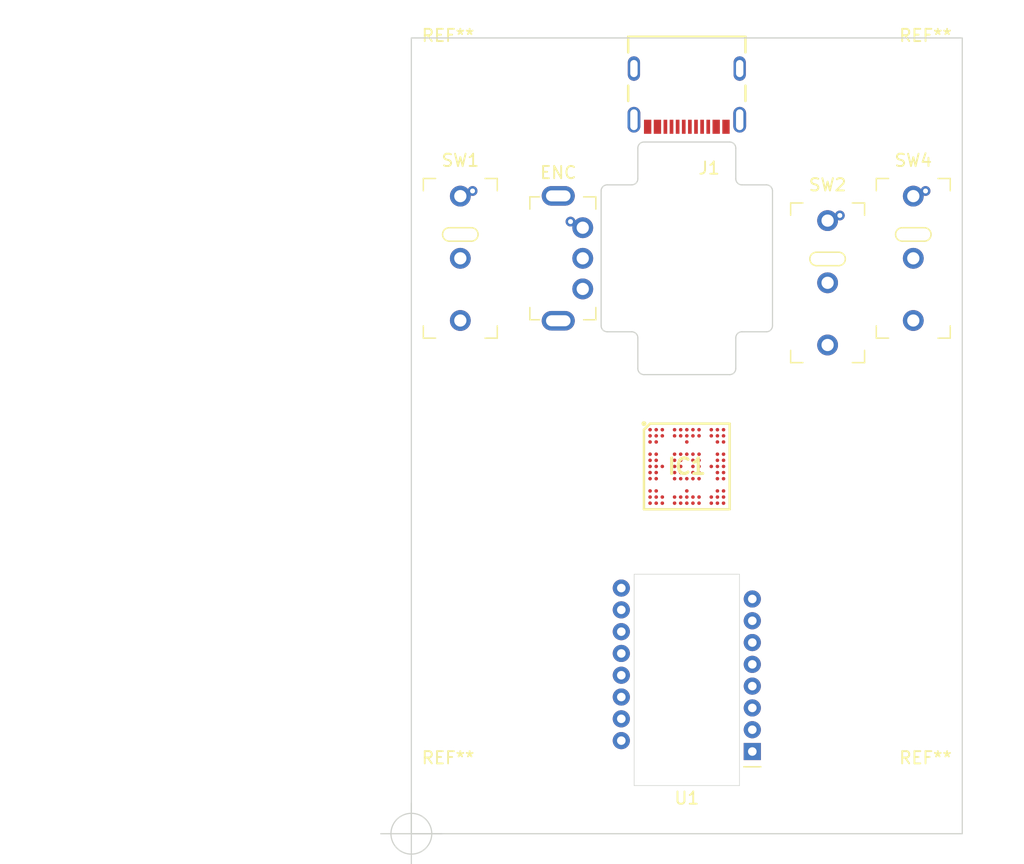
<source format=kicad_pcb>
(kicad_pcb (version 20211014) (generator pcbnew)
  (title_block (title "Redshift") (date "2021-11-30") (rev "0.1") (company "Dekanova LLC"))
  (layers (0 "F.Cu" signal) (1 "In1.Cu" signal) (2 "In2.Cu" signal) (31 "B.Cu" signal) (34 "B.Paste" user) (35 "F.Paste" user) (36 "B.SilkS" user "B.Silkscreen") (37 "F.SilkS" user "F.Silkscreen") (38 "B.Mask" user) (39 "F.Mask" user) (44 "Edge.Cuts" user))
  (net 0 "")
  (net 114 "GND")
  (footprint "MountingHole:MountingHole_2.1mm" (layer "F.Cu") (at 157 63)
    (fp_text reference "REF**" (at 0 -3.2) (layer "F.SilkS"))
    (fp_text value "MountingHole_2.1mm")
    (pad "" np_thru_hole circle locked (at 0 0) (size 2.1 2.1) (drill 2.1) (layers *.Cu *.Mask))
  )
  (footprint "MountingHole:MountingHole_2.1mm" (layer "F.Cu") (at 157 122)
    (fp_text reference "REF**" (at 0 -3.2) (layer "F.SilkS"))
    (fp_text value "MountingHole_2.1mm")
    (pad "" np_thru_hole circle locked (at 0 0) (size 2.1 2.1) (drill 2.1) (layers *.Cu *.Mask))
  )
  (footprint "dekanova:GCT_USB4105-GF-A" (layer "F.Cu") (at 137.5 62.5 180)
    (fp_text reference "J1" (at -1.825 -8.135) (layer "F.SilkS"))
    (fp_text value "USB_C_Receptacle_USB2.0")
    (fp_line (start 4.79 2.6) (end 4.79 1.32) (layer "F.SilkS") (width 0.2))
    (fp_line (start -4.79 2.6) (end 4.79 2.6) (layer "F.SilkS") (width 0.2))
    (fp_line (start -4.79 -2.65) (end -4.79 -1.4) (layer "F.SilkS") (width 0.2))
    (fp_line (start 4.79 -2.65) (end 4.79 -1.4) (layer "F.SilkS") (width 0.2))
    (fp_line (start -4.79 1.32) (end -4.79 2.6) (layer "F.SilkS") (width 0.2))
    (pad "" np_thru_hole circle locked (at 2.89 -3.68 180) (size 0.65 0.65) (drill 0.65) (layers *.Cu *.Mask))
    (pad "" np_thru_hole circle locked (at -2.89 -3.68 180) (size 0.65 0.65) (drill 0.65) (layers *.Cu *.Mask))
    (pad "A1_B12" smd rect locked (at -3.2 -4.755 180) (size 0.6 1.15) (layers "F.Cu" "F.Paste" "F.Mask"))
    (pad "A4_B9" smd rect locked (at -2.4 -4.755 180) (size 0.6 1.15) (layers "F.Cu" "F.Paste" "F.Mask"))
    (pad "A5" smd rect locked (at -1.25 -4.755 180) (size 0.3 1.15) (layers "F.Cu" "F.Paste" "F.Mask"))
    (pad "A6" smd rect locked (at -0.25 -4.755 180) (size 0.3 1.15) (layers "F.Cu" "F.Paste" "F.Mask"))
    (pad "A7" smd rect locked (at 0.25 -4.755 180) (size 0.3 1.15) (layers "F.Cu" "F.Paste" "F.Mask"))
    (pad "A8" smd rect locked (at 1.25 -4.755 180) (size 0.3 1.15) (layers "F.Cu" "F.Paste" "F.Mask"))
    (pad "B1_A12" smd rect locked (at 3.2 -4.755 180) (size 0.6 1.15) (layers "F.Cu" "F.Paste" "F.Mask"))
    (pad "B4_A9" smd rect locked (at 2.4 -4.755 180) (size 0.6 1.15) (layers "F.Cu" "F.Paste" "F.Mask"))
    (pad "B5" smd rect locked (at 1.75 -4.755 180) (size 0.3 1.15) (layers "F.Cu" "F.Paste" "F.Mask"))
    (pad "B6" smd rect locked (at 0.75 -4.755 180) (size 0.3 1.15) (layers "F.Cu" "F.Paste" "F.Mask"))
    (pad "B7" smd rect locked (at -0.75 -4.755 180) (size 0.3 1.15) (layers "F.Cu" "F.Paste" "F.Mask"))
    (pad "B8" smd rect locked (at -1.75 -4.755 180) (size 0.3 1.15) (layers "F.Cu" "F.Paste" "F.Mask"))
    (pad "S1" thru_hole oval locked (at -4.32 -4.18 180) (size 1.05 2.1) (drill oval 0.6 1.7) (layers *.Cu *.Mask))
    (pad "S2" thru_hole oval locked (at -4.32 0 180) (size 1 2) (drill oval 0.6 1.4) (layers *.Cu *.Mask))
    (pad "S3" thru_hole oval locked (at 4.32 0 180) (size 1 2) (drill oval 0.6 1.4) (layers *.Cu *.Mask))
    (pad "S4" thru_hole oval locked (at 4.32 -4.18 180) (size 1.05 2.1) (drill oval 0.6 1.7) (layers *.Cu *.Mask))
  )
  (footprint "MountingHole:MountingHole_2.1mm" (layer "F.Cu") (at 118 122)
    (fp_text reference "REF**" (at 0 -3.2) (layer "F.SilkS"))
    (fp_text value "MountingHole_2.1mm")
    (pad "" np_thru_hole circle locked (at 0 0) (size 2.1 2.1) (drill 2.1) (layers *.Cu *.Mask))
  )
  (footprint "MountingHole:MountingHole_2.1mm" (layer "F.Cu") (at 118 63)
    (fp_text reference "REF**" (at 0 -3.2) (layer "F.SilkS"))
    (fp_text value "MountingHole_2.1mm")
    (pad "" np_thru_hole circle locked (at 0 0) (size 2.1 2.1) (drill 2.1) (layers *.Cu *.Mask))
  )
  (footprint "dekanova:BGA98C50P13X13_700X700X97" (layer "F.Cu") (at 137.5 95)
    (fp_text reference "IC1" (at 0 0) (layer "F.SilkS") (effects (font (size 1.27 1.27) (thickness 0.254))))
    (fp_text value "LPC5516JEV98" hide)
    (fp_line (start -3.5 3.5) (end -3.5 -3) (layer "F.SilkS") (width 0.2))
    (fp_line (start 3.5 -3.5) (end 3.5 3.5) (layer "F.SilkS") (width 0.2))
    (fp_line (start 3.5 3.5) (end -3.5 3.5) (layer "F.SilkS") (width 0.2))
    (fp_line (start -3 -3.5) (end 3.5 -3.5) (layer "F.SilkS") (width 0.2))
    (fp_line (start -3.5 -3) (end -3 -3.5) (layer "F.SilkS") (width 0.2))
    (fp_circle (center -3.5 -3.5) (end -3.5 -3.4) (layer "F.SilkS") (width 0.2) (fill none))
    (pad "A1" smd circle locked (at -3 -3 90) (size 0.29 0.29) (layers "F.Cu" "F.Paste" "F.Mask"))
    (pad "A2" smd circle locked (at -2.5 -3 90) (size 0.29 0.29) (layers "F.Cu" "F.Paste" "F.Mask"))
    (pad "A3" smd circle locked (at -2 -3 90) (size 0.29 0.29) (layers "F.Cu" "F.Paste" "F.Mask"))
    (pad "A5" smd circle locked (at -1 -3 90) (size 0.29 0.29) (layers "F.Cu" "F.Paste" "F.Mask"))
    (pad "A6" smd circle locked (at -0.5 -3 90) (size 0.29 0.29) (layers "F.Cu" "F.Paste" "F.Mask"))
    (pad "A7" smd circle locked (at 0 -3 90) (size 0.29 0.29) (layers "F.Cu" "F.Paste" "F.Mask"))
    (pad "A8" smd circle locked (at 0.5 -3 90) (size 0.29 0.29) (layers "F.Cu" "F.Paste" "F.Mask"))
    (pad "A9" smd circle locked (at 1 -3 90) (size 0.29 0.29) (layers "F.Cu" "F.Paste" "F.Mask"))
    (pad "A11" smd circle locked (at 2 -3 90) (size 0.29 0.29) (layers "F.Cu" "F.Paste" "F.Mask"))
    (pad "A12" smd circle locked (at 2.5 -3 90) (size 0.29 0.29) (layers "F.Cu" "F.Paste" "F.Mask"))
    (pad "A13" smd circle locked (at 3 -3 90) (size 0.29 0.29) (layers "F.Cu" "F.Paste" "F.Mask"))
    (pad "B1" smd circle locked (at -3 -2.5 90) (size 0.29 0.29) (layers "F.Cu" "F.Paste" "F.Mask"))
    (pad "B2" smd circle locked (at -2.5 -2.5 90) (size 0.29 0.29) (layers "F.Cu" "F.Paste" "F.Mask"))
    (pad "B3" smd circle locked (at -2 -2.5 90) (size 0.29 0.29) (layers "F.Cu" "F.Paste" "F.Mask"))
    (pad "B5" smd circle locked (at -1 -2.5 90) (size 0.29 0.29) (layers "F.Cu" "F.Paste" "F.Mask"))
    (pad "B6" smd circle locked (at -0.5 -2.5 90) (size 0.29 0.29) (layers "F.Cu" "F.Paste" "F.Mask"))
    (pad "B7" smd circle locked (at 0 -2.5 90) (size 0.29 0.29) (layers "F.Cu" "F.Paste" "F.Mask"))
    (pad "B8" smd circle locked (at 0.5 -2.5 90) (size 0.29 0.29) (layers "F.Cu" "F.Paste" "F.Mask"))
    (pad "B9" smd circle locked (at 1 -2.5 90) (size 0.29 0.29) (layers "F.Cu" "F.Paste" "F.Mask"))
    (pad "B11" smd circle locked (at 2 -2.5 90) (size 0.29 0.29) (layers "F.Cu" "F.Paste" "F.Mask"))
    (pad "B12" smd circle locked (at 2.5 -2.5 90) (size 0.29 0.29) (layers "F.Cu" "F.Paste" "F.Mask"))
    (pad "B13" smd circle locked (at 3 -2.5 90) (size 0.29 0.29) (layers "F.Cu" "F.Paste" "F.Mask"))
    (pad "C1" smd circle locked (at -3 -2 90) (size 0.29 0.29) (layers "F.Cu" "F.Paste" "F.Mask"))
    (pad "C2" smd circle locked (at -2.5 -2 90) (size 0.29 0.29) (layers "F.Cu" "F.Paste" "F.Mask"))
    (pad "C7" smd circle locked (at 0 -2 90) (size 0.29 0.29) (layers "F.Cu" "F.Paste" "F.Mask"))
    (pad "C12" smd circle locked (at 2.5 -2 90) (size 0.29 0.29) (layers "F.Cu" "F.Paste" "F.Mask"))
    (pad "C13" smd circle locked (at 3 -2 90) (size 0.29 0.29) (layers "F.Cu" "F.Paste" "F.Mask"))
    (pad "E1" smd circle locked (at -3 -1 90) (size 0.29 0.29) (layers "F.Cu" "F.Paste" "F.Mask"))
    (pad "E2" smd circle locked (at -2.5 -1 90) (size 0.29 0.29) (layers "F.Cu" "F.Paste" "F.Mask"))
    (pad "E5" smd circle locked (at -1 -1 90) (size 0.29 0.29) (layers "F.Cu" "F.Paste" "F.Mask"))
    (pad "E6" smd circle locked (at -0.5 -1 90) (size 0.29 0.29) (layers "F.Cu" "F.Paste" "F.Mask"))
    (pad "E7" smd circle locked (at 0 -1 90) (size 0.29 0.29) (layers "F.Cu" "F.Paste" "F.Mask"))
    (pad "E8" smd circle locked (at 0.5 -1 90) (size 0.29 0.29) (layers "F.Cu" "F.Paste" "F.Mask"))
    (pad "E9" smd circle locked (at 1 -1 90) (size 0.29 0.29) (layers "F.Cu" "F.Paste" "F.Mask"))
    (pad "E12" smd circle locked (at 2.5 -1 90) (size 0.29 0.29) (layers "F.Cu" "F.Paste" "F.Mask"))
    (pad "E13" smd circle locked (at 3 -1 90) (size 0.29 0.29) (layers "F.Cu" "F.Paste" "F.Mask"))
    (pad "F1" smd circle locked (at -3 -0.5 90) (size 0.29 0.29) (layers "F.Cu" "F.Paste" "F.Mask"))
    (pad "F2" smd circle locked (at -2.5 -0.5 90) (size 0.29 0.29) (layers "F.Cu" "F.Paste" "F.Mask"))
    (pad "F5" smd circle locked (at -1 -0.5 90) (size 0.29 0.29) (layers "F.Cu" "F.Paste" "F.Mask"))
    (pad "F6" smd circle locked (at -0.5 -0.5 90) (size 0.29 0.29) (layers "F.Cu" "F.Paste" "F.Mask"))
    (pad "F8" smd circle locked (at 0.5 -0.5 90) (size 0.29 0.29) (layers "F.Cu" "F.Paste" "F.Mask"))
    (pad "F9" smd circle locked (at 1 -0.5 90) (size 0.29 0.29) (layers "F.Cu" "F.Paste" "F.Mask"))
    (pad "F12" smd circle locked (at 2.5 -0.5 90) (size 0.29 0.29) (layers "F.Cu" "F.Paste" "F.Mask"))
    (pad "F13" smd circle locked (at 3 -0.5 90) (size 0.29 0.29) (layers "F.Cu" "F.Paste" "F.Mask"))
    (pad "G1" smd circle locked (at -3 0 90) (size 0.29 0.29) (layers "F.Cu" "F.Paste" "F.Mask"))
    (pad "G2" smd circle locked (at -2.5 0 90) (size 0.29 0.29) (layers "F.Cu" "F.Paste" "F.Mask"))
    (pad "G3" smd circle locked (at -2 0 90) (size 0.29 0.29) (layers "F.Cu" "F.Paste" "F.Mask"))
    (pad "G5" smd circle locked (at -1 0 90) (size 0.29 0.29) (layers "F.Cu" "F.Paste" "F.Mask"))
    (pad "G6" smd circle locked (at -0.5 0 90) (size 0.29 0.29) (layers "F.Cu" "F.Paste" "F.Mask"))
    (pad "G8" smd circle locked (at 0.5 0 90) (size 0.29 0.29) (layers "F.Cu" "F.Paste" "F.Mask"))
    (pad "G9" smd circle locked (at 1 0 90) (size 0.29 0.29) (layers "F.Cu" "F.Paste" "F.Mask"))
    (pad "G11" smd circle locked (at 2 0 90) (size 0.29 0.29) (layers "F.Cu" "F.Paste" "F.Mask"))
    (pad "G12" smd circle locked (at 2.5 0 90) (size 0.29 0.29) (layers "F.Cu" "F.Paste" "F.Mask"))
    (pad "G13" smd circle locked (at 3 0 90) (size 0.29 0.29) (layers "F.Cu" "F.Paste" "F.Mask"))
    (pad "H1" smd circle locked (at -3 0.5 90) (size 0.29 0.29) (layers "F.Cu" "F.Paste" "F.Mask"))
    (pad "H2" smd circle locked (at -2.5 0.5 90) (size 0.29 0.29) (layers "F.Cu" "F.Paste" "F.Mask"))
    (pad "H5" smd circle locked (at -1 0.5 90) (size 0.29 0.29) (layers "F.Cu" "F.Paste" "F.Mask"))
    (pad "H6" smd circle locked (at -0.5 0.5 90) (size 0.29 0.29) (layers "F.Cu" "F.Paste" "F.Mask"))
    (pad "H8" smd circle locked (at 0.5 0.5 90) (size 0.29 0.29) (layers "F.Cu" "F.Paste" "F.Mask"))
    (pad "H9" smd circle locked (at 1 0.5 90) (size 0.29 0.29) (layers "F.Cu" "F.Paste" "F.Mask"))
    (pad "H12" smd circle locked (at 2.5 0.5 90) (size 0.29 0.29) (layers "F.Cu" "F.Paste" "F.Mask"))
    (pad "H13" smd circle locked (at 3 0.5 90) (size 0.29 0.29) (layers "F.Cu" "F.Paste" "F.Mask"))
    (pad "J1" smd circle locked (at -3 1 90) (size 0.29 0.29) (layers "F.Cu" "F.Paste" "F.Mask"))
    (pad "J2" smd circle locked (at -2.5 1 90) (size 0.29 0.29) (layers "F.Cu" "F.Paste" "F.Mask"))
    (pad "J5" smd circle locked (at -1 1 90) (size 0.29 0.29) (layers "F.Cu" "F.Paste" "F.Mask"))
    (pad "J6" smd circle locked (at -0.5 1 90) (size 0.29 0.29) (layers "F.Cu" "F.Paste" "F.Mask"))
    (pad "J7" smd circle locked (at 0 1 90) (size 0.29 0.29) (layers "F.Cu" "F.Paste" "F.Mask"))
    (pad "J8" smd circle locked (at 0.5 1 90) (size 0.29 0.29) (layers "F.Cu" "F.Paste" "F.Mask"))
    (pad "J9" smd circle locked (at 1 1 90) (size 0.29 0.29) (layers "F.Cu" "F.Paste" "F.Mask"))
    (pad "J12" smd circle locked (at 2.5 1 90) (size 0.29 0.29) (layers "F.Cu" "F.Paste" "F.Mask"))
    (pad "J13" smd circle locked (at 3 1 90) (size 0.29 0.29) (layers "F.Cu" "F.Paste" "F.Mask"))
    (pad "L1" smd circle locked (at -3 2 90) (size 0.29 0.29) (layers "F.Cu" "F.Paste" "F.Mask"))
    (pad "L2" smd circle locked (at -2.5 2 90) (size 0.29 0.29) (layers "F.Cu" "F.Paste" "F.Mask"))
    (pad "L7" smd circle locked (at 0 2 90) (size 0.29 0.29) (layers "F.Cu" "F.Paste" "F.Mask"))
    (pad "L12" smd circle locked (at 2.5 2 90) (size 0.29 0.29) (layers "F.Cu" "F.Paste" "F.Mask"))
    (pad "L13" smd circle locked (at 3 2 90) (size 0.29 0.29) (layers "F.Cu" "F.Paste" "F.Mask"))
    (pad "M1" smd circle locked (at -3 2.5 90) (size 0.29 0.29) (layers "F.Cu" "F.Paste" "F.Mask"))
    (pad "M2" smd circle locked (at -2.5 2.5 90) (size 0.29 0.29) (layers "F.Cu" "F.Paste" "F.Mask"))
    (pad "M3" smd circle locked (at -2 2.5 90) (size 0.29 0.29) (layers "F.Cu" "F.Paste" "F.Mask"))
    (pad "M5" smd circle locked (at -1 2.5 90) (size 0.29 0.29) (layers "F.Cu" "F.Paste" "F.Mask"))
    (pad "M6" smd circle locked (at -0.5 2.5 90) (size 0.29 0.29) (layers "F.Cu" "F.Paste" "F.Mask"))
    (pad "M7" smd circle locked (at 0 2.5 90) (size 0.29 0.29) (layers "F.Cu" "F.Paste" "F.Mask"))
    (pad "M8" smd circle locked (at 0.5 2.5 90) (size 0.29 0.29) (layers "F.Cu" "F.Paste" "F.Mask"))
    (pad "M9" smd circle locked (at 1 2.5 90) (size 0.29 0.29) (layers "F.Cu" "F.Paste" "F.Mask"))
    (pad "M11" smd circle locked (at 2 2.5 90) (size 0.29 0.29) (layers "F.Cu" "F.Paste" "F.Mask"))
    (pad "M12" smd circle locked (at 2.5 2.5 90) (size 0.29 0.29) (layers "F.Cu" "F.Paste" "F.Mask"))
    (pad "M13" smd circle locked (at 3 2.5 90) (size 0.29 0.29) (layers "F.Cu" "F.Paste" "F.Mask"))
    (pad "N1" smd circle locked (at -3 3 90) (size 0.29 0.29) (layers "F.Cu" "F.Paste" "F.Mask"))
    (pad "N2" smd circle locked (at -2.5 3 90) (size 0.29 0.29) (layers "F.Cu" "F.Paste" "F.Mask"))
    (pad "N3" smd circle locked (at -2 3 90) (size 0.29 0.29) (layers "F.Cu" "F.Paste" "F.Mask"))
    (pad "N5" smd circle locked (at -1 3 90) (size 0.29 0.29) (layers "F.Cu" "F.Paste" "F.Mask"))
    (pad "N6" smd circle locked (at -0.5 3 90) (size 0.29 0.29) (layers "F.Cu" "F.Paste" "F.Mask"))
    (pad "N7" smd circle locked (at 0 3 90) (size 0.29 0.29) (layers "F.Cu" "F.Paste" "F.Mask"))
    (pad "N8" smd circle locked (at 0.5 3 90) (size 0.29 0.29) (layers "F.Cu" "F.Paste" "F.Mask"))
    (pad "N9" smd circle locked (at 1 3 90) (size 0.29 0.29) (layers "F.Cu" "F.Paste" "F.Mask"))
    (pad "N11" smd circle locked (at 2 3 90) (size 0.29 0.29) (layers "F.Cu" "F.Paste" "F.Mask"))
    (pad "N12" smd circle locked (at 2.5 3 90) (size 0.29 0.29) (layers "F.Cu" "F.Paste" "F.Mask"))
    (pad "N13" smd circle locked (at 3 3 90) (size 0.29 0.29) (layers "F.Cu" "F.Paste" "F.Mask"))
  )
  (footprint "openinput:SW_Micro_Switch" (layer "F.Cu") (at 149 80 -90)
    (fp_text reference "SW2" (at -8 0) (layer "F.SilkS"))
    (fp_text value "SW_SPDT")
    (fp_line (start -6.52 3.02) (end -6.52 2.02) (layer "F.SilkS") (width 0.12))
    (fp_line (start -6.52 -3.02) (end -6.52 -2.02) (layer "F.SilkS") (width 0.12))
    (fp_line (start -6.52 3.02) (end -5.52 3.02) (layer "F.SilkS") (width 0.12))
    (fp_line (start -2.5 0.9) (end -2.5 -0.9) (layer "F.SilkS") (width 0.12))
    (fp_line (start 6.52 -3.02) (end 5.52 -3.02) (layer "F.SilkS") (width 0.12))
    (fp_line (start 6.52 -3.02) (end 6.52 -2.02) (layer "F.SilkS") (width 0.12))
    (fp_line (start -1.4 0.9) (end -1.4 -0.9) (layer "F.SilkS") (width 0.12))
    (fp_line (start 6.52 3.02) (end 5.52 3.02) (layer "F.SilkS") (width 0.12))
    (fp_line (start 6.52 3.02) (end 6.52 2.02) (layer "F.SilkS") (width 0.12))
    (fp_line (start -6.52 -3.02) (end -5.52 -3.02) (layer "F.SilkS") (width 0.12))
    (fp_arc (start -2.5 -0.9) (mid -1.95 -1.45) (end -1.4 -0.9) (layer "F.SilkS") (width 0.12))
    (fp_arc (start -1.4 0.9) (mid -1.95 1.45) (end -2.5 0.9) (layer "F.SilkS") (width 0.12))
    (pad "1" thru_hole circle (at -5.08 0 270) (size 1.7 1.7) (drill 1) (layers *.Cu *.Mask) (net 114 "GND"))
    (pad "2" thru_hole circle (at 0 0 270) (size 1.7 1.7) (drill 1) (layers *.Cu *.Mask))
    (pad "3" thru_hole circle (at 5.08 0 270) (size 1.7 1.7) (drill 1) (layers *.Cu *.Mask))
  )
  (footprint "openinput:PXI-DIP-16" (layer "F.Cu") (at 142.85 118.285 180)
    (fp_text reference "U1" (at 5.35 -3.81) (layer "F.SilkS"))
    (fp_text value "PMW3389DM‐T3QU")
    (fp_line (start 0.7 -1.25) (end -0.7 -1.25) (layer "F.SilkS") (width 0.12))
    (fp_line (start 1.05 14.48) (end 9.65 14.48) (layer "Edge.Cuts") (width 0.05))
    (fp_line (start 1.05 -2.78) (end 9.65 -2.78) (layer "Edge.Cuts") (width 0.05))
    (fp_line (start 1.05 14.48) (end 1.05 -2.78) (layer "Edge.Cuts") (width 0.05))
    (fp_line (start 9.65 -2.78) (end 9.65 14.48) (layer "Edge.Cuts") (width 0.05))
    (pad "1" thru_hole rect (at 0 0 180) (size 1.4 1.4) (drill 0.7) (layers *.Cu *.Mask))
    (pad "2" thru_hole circle (at 0 1.78 180) (size 1.4 1.4) (drill 0.7) (layers *.Cu *.Mask))
    (pad "3" thru_hole circle (at 0 3.56 180) (size 1.4 1.4) (drill 0.7) (layers *.Cu *.Mask))
    (pad "4" thru_hole circle (at 0 5.34 180) (size 1.4 1.4) (drill 0.7) (layers *.Cu *.Mask))
    (pad "5" thru_hole circle (at 0 7.12 180) (size 1.4 1.4) (drill 0.7) (layers *.Cu *.Mask))
    (pad "6" thru_hole circle (at 0 8.9 180) (size 1.4 1.4) (drill 0.7) (layers *.Cu *.Mask))
    (pad "7" thru_hole circle (at 0 10.68 180) (size 1.4 1.4) (drill 0.7) (layers *.Cu *.Mask))
    (pad "8" thru_hole circle (at 0 12.46 180) (size 1.4 1.4) (drill 0.7) (layers *.Cu *.Mask))
    (pad "9" thru_hole circle (at 10.7 13.35 180) (size 1.4 1.4) (drill 0.7) (layers *.Cu *.Mask))
    (pad "10" thru_hole circle (at 10.7 11.57 180) (size 1.4 1.4) (drill 0.7) (layers *.Cu *.Mask))
    (pad "11" thru_hole circle (at 10.7 9.79 180) (size 1.4 1.4) (drill 0.7) (layers *.Cu *.Mask))
    (pad "12" thru_hole circle (at 10.7 8.01 180) (size 1.4 1.4) (drill 0.7) (layers *.Cu *.Mask))
    (pad "13" thru_hole circle (at 10.7 6.23 180) (size 1.4 1.4) (drill 0.7) (layers *.Cu *.Mask))
    (pad "14" thru_hole circle (at 10.7 4.45 180) (size 1.4 1.4) (drill 0.7) (layers *.Cu *.Mask))
    (pad "15" thru_hole circle (at 10.7 2.67 180) (size 1.4 1.4) (drill 0.7) (layers *.Cu *.Mask))
    (pad "16" thru_hole circle (at 10.7 0.89 180) (size 1.4 1.4) (drill 0.7) (layers *.Cu *.Mask))
  )
  (footprint "openinput:RotaryEncoder_Horizontal" (layer "F.Cu") (at 129 78 90)
    (fp_text reference "ENC" (at 7 -2) (layer "F.SilkS"))
    (fp_text value "Rotary_Encoder")
    (fp_line (start 5.02 -4.32) (end 5.02 -3.52) (layer "F.SilkS") (width 0.12))
    (fp_line (start -5.02 1.07) (end -4.02 1.07) (layer "F.SilkS") (width 0.12))
    (fp_line (start -5.02 -4.32) (end -5.02 -3.52) (layer "F.SilkS") (width 0.12))
    (fp_line (start 5.02 -4.32) (end 4.02 -4.32) (layer "F.SilkS") (width 0.12))
    (fp_line (start 5.02 1.07) (end 5.02 0.07) (layer "F.SilkS") (width 0.12))
    (fp_line (start -5.02 1.07) (end -5.02 0.07) (layer "F.SilkS") (width 0.12))
    (fp_line (start -5.02 -4.32) (end -4.02 -4.32) (layer "F.SilkS") (width 0.12))
    (fp_line (start 5.02 1.07) (end 4.02 1.07) (layer "F.SilkS") (width 0.12))
    (pad "A" thru_hole circle (at -2.5 0 90) (size 1.7 1.7) (drill 1) (layers *.Cu *.Mask))
    (pad "B" thru_hole circle (at 0 0 90) (size 1.7 1.7) (drill 1) (layers *.Cu *.Mask))
    (pad "C" thru_hole circle (at 2.5 0 90) (size 1.7 1.7) (drill 1) (layers *.Cu *.Mask) (net 114 "GND"))
    (pad "MP" thru_hole oval (at -5.1 -2 180) (size 2.7 1.6) (drill oval 2 0.9) (layers *.Cu *.Mask))
    (pad "MP" thru_hole oval (at 5.1 -2 180) (size 2.7 1.6) (drill oval 2 0.9) (layers *.Cu *.Mask))
  )
  (footprint "openinput:SW_Micro_Switch" (layer "F.Cu") (at 156 78 -90)
    (fp_text reference "SW4" (at -8 0) (layer "F.SilkS"))
    (fp_text value "SW_SPDT")
    (fp_line (start -6.52 -3.02) (end -5.52 -3.02) (layer "F.SilkS") (width 0.12))
    (fp_line (start 6.52 -3.02) (end 6.52 -2.02) (layer "F.SilkS") (width 0.12))
    (fp_line (start 6.52 3.02) (end 5.52 3.02) (layer "F.SilkS") (width 0.12))
    (fp_line (start -6.52 3.02) (end -6.52 2.02) (layer "F.SilkS") (width 0.12))
    (fp_line (start -1.4 0.9) (end -1.4 -0.9) (layer "F.SilkS") (width 0.12))
    (fp_line (start 6.52 -3.02) (end 5.52 -3.02) (layer "F.SilkS") (width 0.12))
    (fp_line (start 6.52 3.02) (end 6.52 2.02) (layer "F.SilkS") (width 0.12))
    (fp_line (start -6.52 3.02) (end -5.52 3.02) (layer "F.SilkS") (width 0.12))
    (fp_line (start -6.52 -3.02) (end -6.52 -2.02) (layer "F.SilkS") (width 0.12))
    (fp_line (start -2.5 0.9) (end -2.5 -0.9) (layer "F.SilkS") (width 0.12))
    (fp_arc (start -1.4 0.9) (mid -1.95 1.45) (end -2.5 0.9) (layer "F.SilkS") (width 0.12))
    (fp_arc (start -2.5 -0.9) (mid -1.95 -1.45) (end -1.4 -0.9) (layer "F.SilkS") (width 0.12))
    (pad "1" thru_hole circle (at -5.08 0 270) (size 1.7 1.7) (drill 1) (layers *.Cu *.Mask) (net 114 "GND"))
    (pad "2" thru_hole circle (at 0 0 270) (size 1.7 1.7) (drill 1) (layers *.Cu *.Mask))
    (pad "3" thru_hole circle (at 5.08 0 270) (size 1.7 1.7) (drill 1) (layers *.Cu *.Mask))
  )
  (footprint "openinput:SW_Micro_Switch" (layer "F.Cu") (at 119 78 -90)
    (fp_text reference "SW1" (at -8 0) (layer "F.SilkS"))
    (fp_text value "SW_SPDT")
    (fp_line (start -6.52 3.02) (end -6.52 2.02) (layer "F.SilkS") (width 0.12))
    (fp_line (start 6.52 3.02) (end 6.52 2.02) (layer "F.SilkS") (width 0.12))
    (fp_line (start 6.52 3.02) (end 5.52 3.02) (layer "F.SilkS") (width 0.12))
    (fp_line (start 6.52 -3.02) (end 5.52 -3.02) (layer "F.SilkS") (width 0.12))
    (fp_line (start -2.5 0.9) (end -2.5 -0.9) (layer "F.SilkS") (width 0.12))
    (fp_line (start -6.52 3.02) (end -5.52 3.02) (layer "F.SilkS") (width 0.12))
    (fp_line (start -6.52 -3.02) (end -5.52 -3.02) (layer "F.SilkS") (width 0.12))
    (fp_line (start 6.52 -3.02) (end 6.52 -2.02) (layer "F.SilkS") (width 0.12))
    (fp_line (start -1.4 0.9) (end -1.4 -0.9) (layer "F.SilkS") (width 0.12))
    (fp_line (start -6.52 -3.02) (end -6.52 -2.02) (layer "F.SilkS") (width 0.12))
    (fp_arc (start -1.4 0.9) (mid -1.95 1.45) (end -2.5 0.9) (layer "F.SilkS") (width 0.12))
    (fp_arc (start -2.5 -0.9) (mid -1.95 -1.45) (end -1.4 -0.9) (layer "F.SilkS") (width 0.12))
    (pad "1" thru_hole circle (at -5.08 0 270) (size 1.7 1.7) (drill 1) (layers *.Cu *.Mask) (net 114 "GND"))
    (pad "2" thru_hole circle (at 0 0 270) (size 1.7 1.7) (drill 1) (layers *.Cu *.Mask))
    (pad "3" thru_hole circle (at 5.08 0 270) (size 1.7 1.7) (drill 1) (layers *.Cu *.Mask))
  )
  (gr_arc (start 133.5 71.5) (mid 133.353553 71.853553) (end 133 72) (layer "Edge.Cuts") (width 0.1))
  (gr_line (start 144.499999 83.500001) (end 144.499999 72.500001) (layer "Edge.Cuts") (width 0.1))
  (gr_arc (start 144 72.000002) (mid 144.353553 72.146448) (end 144.499999 72.500001) (layer "Edge.Cuts") (width 0.1))
  (gr_rect (start 115 125) (end 160 60) (layer "Edge.Cuts") (width 0.1) (fill none))
  (gr_line (start 142 84.000002) (end 144 84) (layer "Edge.Cuts") (width 0.1))
  (gr_line (start 133.500001 87.000001) (end 133.499999 84.500001) (layer "Edge.Cuts") (width 0.1))
  (gr_arc (start 141.499999 87.000001) (mid 141.353553 87.353554) (end 141 87.5) (layer "Edge.Cuts") (width 0.1))
  (gr_line (start 133 84.000002) (end 131 84) (layer "Edge.Cuts") (width 0.1))
  (gr_line (start 130.500001 83.500001) (end 130.500001 72.500001) (layer "Edge.Cuts") (width 0.1))
  (gr_arc (start 131 84) (mid 130.646447 83.853554) (end 130.500001 83.500001) (layer "Edge.Cuts") (width 0.1))
  (gr_arc (start 141 68.500003) (mid 141.353552 68.646449) (end 141.499998 69.000001) (layer "Edge.Cuts") (width 0.1))
  (gr_arc (start 134 87.5) (mid 133.646447 87.353554) (end 133.500001 87.000001) (layer "Edge.Cuts") (width 0.1))
  (gr_line (start 141.500001 84.500001) (end 141.499999 87.000001) (layer "Edge.Cuts") (width 0.1))
  (gr_line (start 141.499998 69.000001) (end 141.500001 71.500001) (layer "Edge.Cuts") (width 0.1))
  (gr_arc (start 133.500001 69.000001) (mid 133.646447 68.646448) (end 134 68.500002) (layer "Edge.Cuts") (width 0.1))
  (gr_arc (start 141.500001 84.500001) (mid 141.646447 84.146448) (end 142 84.000002) (layer "Edge.Cuts") (width 0.1))
  (gr_line (start 134 87.5) (end 141 87.5) (layer "Edge.Cuts") (width 0.1))
  (gr_line (start 133.499999 71.500001) (end 133.500002 69.000001) (layer "Edge.Cuts") (width 0.1))
  (gr_arc (start 130.500001 72.500001) (mid 130.646447 72.146448) (end 131 72.000002) (layer "Edge.Cuts") (width 0.1))
  (gr_line (start 141 68.500002) (end 134 68.500002) (layer "Edge.Cuts") (width 0.1))
  (gr_line (start 142 72) (end 144 72.000002) (layer "Edge.Cuts") (width 0.1))
  (gr_arc (start 144.499999 83.500001) (mid 144.353553 83.853554) (end 144 84) (layer "Edge.Cuts") (width 0.1))
  (gr_line (start 133 72) (end 131 72.000002) (layer "Edge.Cuts") (width 0.1))
  (gr_arc (start 142.000001 71.999999) (mid 141.646448 71.853553) (end 141.500001 71.500001) (layer "Edge.Cuts") (width 0.1))
  (gr_arc (start 133 84.000002) (mid 133.353553 84.146448) (end 133.499999 84.500001) (layer "Edge.Cuts") (width 0.1))
  (target plus (at 115 125) (size 5) (width 0.1) (layer "Edge.Cuts"))
  (via (at 120 72.5) (size 0.8) (drill 0.4) (layers "F.Cu" "B.Cu") (net 114))
  (via (at 128 75) (size 0.8) (drill 0.4) (layers "F.Cu" "B.Cu") (net 114))
  (via (at 157 72.5) (size 0.8) (drill 0.4) (layers "F.Cu" "B.Cu") (net 114))
  (via (at 150 74.5) (size 0.8) (drill 0.4) (layers "F.Cu" "B.Cu") (net 114))
)
</source>
